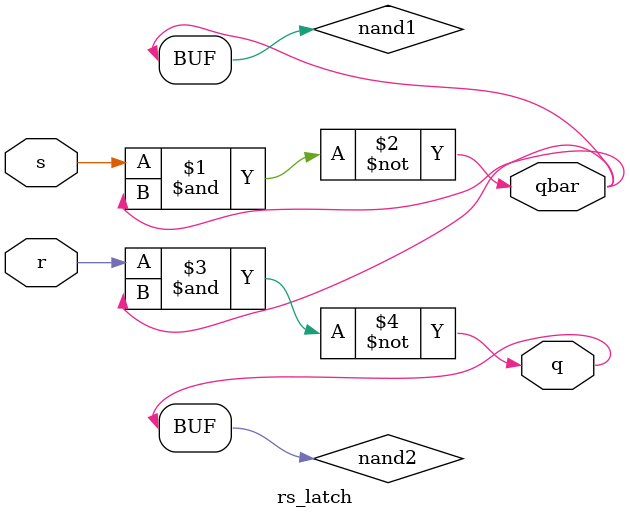
<source format=v>
module rs_latch(input s,r,output q,qbar);
wire nand1,nand2;
assign nand1= ~(s & qbar);
assign nand2= ~(r & nand1);
assign q = nand2;
assign qbar = nand1;
endmodule

</source>
